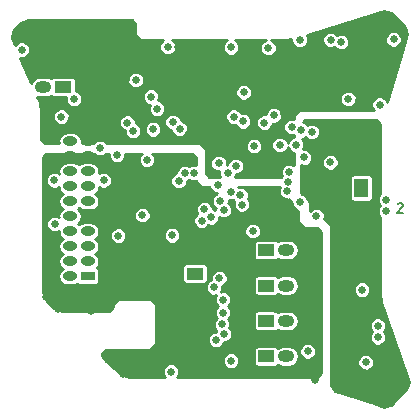
<source format=gbr>
G04 (created by PCBNEW (2013-07-07 BZR 4022)-stable) date 07/06/2014 15:45:14*
%MOIN*%
G04 Gerber Fmt 3.4, Leading zero omitted, Abs format*
%FSLAX34Y34*%
G01*
G70*
G90*
G04 APERTURE LIST*
%ADD10C,0.00590551*%
%ADD11C,0.007875*%
%ADD12C,0.0079*%
%ADD13O,0.063X0.0472*%
%ADD14R,0.0551X0.0394*%
%ADD15O,0.0551X0.0394*%
%ADD16O,0.0472X0.0315*%
%ADD17R,0.0472X0.0315*%
%ADD18R,0.0669X0.0669*%
%ADD19C,0.015*%
%ADD20R,0.0472X0.063*%
%ADD21O,0.0472X0.063*%
%ADD22C,0.025*%
%ADD23C,0.01*%
G04 APERTURE END LIST*
G54D10*
G54D11*
X21957Y157D02*
X21972Y172D01*
X22002Y187D01*
X22077Y187D01*
X22107Y172D01*
X22122Y157D01*
X22137Y127D01*
X22137Y97D01*
X22122Y52D01*
X21942Y-127D01*
X22137Y-127D01*
G54D12*
G54D13*
X20827Y-1732D03*
G54D14*
X10802Y4056D03*
G54D15*
X10144Y4056D03*
G54D14*
X17584Y-2559D03*
G54D15*
X18242Y-2559D03*
G54D14*
X15211Y-2165D03*
G54D15*
X14553Y-2165D03*
G54D14*
X17584Y-4921D03*
G54D15*
X18242Y-4921D03*
G54D14*
X17584Y-1378D03*
G54D15*
X18242Y-1378D03*
G54D14*
X17584Y-3740D03*
G54D15*
X18242Y-3740D03*
G54D16*
X11628Y2250D03*
X11628Y1750D03*
X11050Y2250D03*
X11050Y1750D03*
G54D17*
X11628Y-2250D03*
G54D16*
X11050Y-2250D03*
X11050Y-1750D03*
X11050Y-1250D03*
X11050Y-750D03*
X11050Y-250D03*
X11050Y250D03*
X11050Y750D03*
X11050Y1250D03*
X11628Y-1750D03*
X11628Y-1250D03*
X11628Y-750D03*
X11628Y-250D03*
X11628Y250D03*
X11628Y750D03*
X11628Y1250D03*
G54D18*
X19291Y787D03*
G54D19*
X19291Y787D03*
X19094Y590D03*
X19488Y590D03*
X19094Y984D03*
X19488Y984D03*
G54D20*
X20748Y690D03*
G54D21*
X20748Y1438D03*
G54D22*
X15738Y-292D03*
X15424Y-394D03*
X16560Y1429D03*
X15957Y788D03*
X16049Y254D03*
X16290Y1179D03*
X13232Y4291D03*
X14661Y929D03*
X16406Y5379D03*
X13138Y2594D03*
X18693Y5630D03*
X13807Y2646D03*
X10531Y-508D03*
X16720Y457D03*
X16409Y567D03*
X16161Y-47D03*
X15520Y-24D03*
X16768Y141D03*
X14690Y2671D03*
X19717Y1547D03*
X17177Y2084D03*
X18842Y1708D03*
X18577Y2131D03*
X14858Y1177D03*
X12606Y1803D03*
X15177Y1185D03*
X12043Y2031D03*
X13937Y3335D03*
X11169Y3661D03*
X16811Y2913D03*
X14461Y2894D03*
X18031Y2122D03*
X10748Y3071D03*
X18709Y213D03*
X15990Y1525D03*
X12165Y945D03*
X13450Y-215D03*
X16142Y-3031D03*
X16142Y-3465D03*
X16102Y-3858D03*
X15905Y-4370D03*
X16016Y-2323D03*
X16165Y-4173D03*
X15835Y-2622D03*
X20905Y5551D03*
X19122Y4622D03*
X14764Y3386D03*
X18193Y5402D03*
X13543Y2874D03*
X21142Y5787D03*
X18169Y3142D03*
X16000Y2650D03*
X14646Y5394D03*
X14988Y3020D03*
X21457Y5709D03*
X16760Y5327D03*
X10236Y-2953D03*
X12598Y-4921D03*
X18976Y-1614D03*
X10630Y-2953D03*
X12165Y-3307D03*
X19201Y-5713D03*
X16024Y-5433D03*
X12335Y-1646D03*
X18925Y-5539D03*
X10236Y-2362D03*
X14921Y-4134D03*
X11732Y-3425D03*
X11220Y-3346D03*
X14764Y-3583D03*
X15551Y-4724D03*
X14055Y-3228D03*
X13665Y1217D03*
X11024Y-2953D03*
X13386Y-4921D03*
X12677Y-2480D03*
X12441Y-2244D03*
X12992Y-2205D03*
X10236Y-1772D03*
X18898Y-4193D03*
X12165Y-2953D03*
X11811Y-2953D03*
X14819Y-1524D03*
X10236Y-1181D03*
X19291Y-1732D03*
X12205Y-4921D03*
X13661Y-2953D03*
X12992Y-4921D03*
X13386Y-2559D03*
X10630Y-3346D03*
X14016Y-2559D03*
X12795Y-5512D03*
X13661Y-2205D03*
X14409Y-4134D03*
X14134Y-5000D03*
X11417Y-2953D03*
X12165Y-2480D03*
X20276Y-4449D03*
X20354Y1496D03*
X20839Y-4512D03*
X19689Y2224D03*
X21220Y-3071D03*
X21339Y-3425D03*
X21260Y-2756D03*
X20039Y-945D03*
X17835Y3110D03*
X18740Y2614D03*
X18425Y2724D03*
X17520Y2870D03*
X19252Y-236D03*
X21362Y3474D03*
X13602Y1630D03*
X21575Y303D03*
X17126Y-748D03*
X14405Y-5433D03*
X20894Y-5118D03*
X10512Y945D03*
X16409Y-5063D03*
X21823Y5643D03*
X18961Y-4752D03*
X14441Y-890D03*
X12646Y-898D03*
X9433Y5307D03*
X12953Y2874D03*
X14291Y5394D03*
X17650Y5358D03*
X16830Y3878D03*
X20079Y5551D03*
X19724Y5630D03*
X16496Y3071D03*
X20315Y3661D03*
X13740Y3740D03*
X18335Y1220D03*
X19098Y2563D03*
X21299Y-4291D03*
X21575Y-79D03*
X21299Y-3898D03*
X20772Y-2697D03*
X18279Y583D03*
X18303Y906D03*
G54D10*
G36*
X22267Y5833D02*
X22098Y5241D01*
X22098Y5697D01*
X22056Y5798D01*
X21978Y5875D01*
X21877Y5917D01*
X21768Y5918D01*
X21667Y5876D01*
X21590Y5798D01*
X21548Y5697D01*
X21547Y5588D01*
X21589Y5487D01*
X21667Y5410D01*
X21768Y5368D01*
X21877Y5367D01*
X21978Y5409D01*
X22055Y5487D01*
X22097Y5588D01*
X22098Y5697D01*
X22098Y5241D01*
X21620Y3568D01*
X21595Y3629D01*
X21517Y3706D01*
X21416Y3748D01*
X21307Y3749D01*
X21206Y3707D01*
X21129Y3629D01*
X21087Y3528D01*
X21086Y3419D01*
X21128Y3318D01*
X21169Y3278D01*
X20590Y3278D01*
X20590Y3715D01*
X20548Y3816D01*
X20470Y3893D01*
X20369Y3935D01*
X20354Y3935D01*
X20354Y5605D01*
X20312Y5706D01*
X20234Y5783D01*
X20133Y5825D01*
X20024Y5826D01*
X19948Y5794D01*
X19879Y5862D01*
X19778Y5904D01*
X19669Y5905D01*
X19568Y5863D01*
X19491Y5785D01*
X19449Y5684D01*
X19448Y5575D01*
X19490Y5474D01*
X19568Y5397D01*
X19669Y5355D01*
X19778Y5354D01*
X19854Y5386D01*
X19923Y5318D01*
X20024Y5276D01*
X20133Y5275D01*
X20234Y5317D01*
X20311Y5395D01*
X20353Y5496D01*
X20354Y5605D01*
X20354Y3935D01*
X20260Y3936D01*
X20159Y3894D01*
X20082Y3816D01*
X20040Y3715D01*
X20039Y3606D01*
X20081Y3505D01*
X20159Y3428D01*
X20260Y3386D01*
X20369Y3385D01*
X20470Y3427D01*
X20547Y3505D01*
X20589Y3606D01*
X20590Y3715D01*
X20590Y3278D01*
X18679Y3278D01*
X18493Y3091D01*
X18493Y2993D01*
X18479Y2998D01*
X18370Y2999D01*
X18269Y2957D01*
X18192Y2879D01*
X18150Y2778D01*
X18149Y2669D01*
X18191Y2568D01*
X18269Y2491D01*
X18370Y2449D01*
X18479Y2448D01*
X18493Y2454D01*
X18493Y2393D01*
X18421Y2364D01*
X18344Y2286D01*
X18302Y2186D01*
X18264Y2277D01*
X18186Y2354D01*
X18110Y2386D01*
X18110Y3164D01*
X18068Y3265D01*
X17990Y3342D01*
X17889Y3384D01*
X17780Y3385D01*
X17679Y3343D01*
X17602Y3265D01*
X17560Y3164D01*
X17560Y3144D01*
X17465Y3145D01*
X17364Y3103D01*
X17287Y3025D01*
X17245Y2924D01*
X17244Y2815D01*
X17286Y2714D01*
X17364Y2637D01*
X17465Y2595D01*
X17574Y2594D01*
X17675Y2636D01*
X17752Y2714D01*
X17794Y2815D01*
X17794Y2835D01*
X17889Y2834D01*
X17990Y2876D01*
X18067Y2954D01*
X18109Y3055D01*
X18110Y3164D01*
X18110Y2386D01*
X18085Y2396D01*
X17976Y2397D01*
X17875Y2355D01*
X17798Y2277D01*
X17756Y2176D01*
X17755Y2067D01*
X17797Y1966D01*
X17875Y1889D01*
X17976Y1847D01*
X18085Y1846D01*
X18186Y1888D01*
X18263Y1966D01*
X18305Y2066D01*
X18343Y1975D01*
X18421Y1898D01*
X18493Y1868D01*
X18493Y1450D01*
X18490Y1452D01*
X18389Y1494D01*
X18280Y1495D01*
X18179Y1453D01*
X18102Y1375D01*
X18060Y1274D01*
X18059Y1165D01*
X18093Y1085D01*
X18082Y1074D01*
X17452Y1074D01*
X17452Y2138D01*
X17410Y2239D01*
X17332Y2316D01*
X17231Y2358D01*
X17122Y2359D01*
X17105Y2351D01*
X17105Y3932D01*
X17063Y4033D01*
X16985Y4110D01*
X16884Y4152D01*
X16775Y4153D01*
X16674Y4111D01*
X16597Y4033D01*
X16555Y3932D01*
X16554Y3823D01*
X16596Y3722D01*
X16674Y3645D01*
X16775Y3603D01*
X16884Y3602D01*
X16985Y3644D01*
X17062Y3722D01*
X17104Y3823D01*
X17105Y3932D01*
X17105Y2351D01*
X17086Y2343D01*
X17086Y2967D01*
X17044Y3068D01*
X16966Y3145D01*
X16865Y3187D01*
X16756Y3188D01*
X16746Y3184D01*
X16729Y3226D01*
X16651Y3303D01*
X16550Y3345D01*
X16441Y3346D01*
X16340Y3304D01*
X16263Y3226D01*
X16221Y3125D01*
X16220Y3016D01*
X16262Y2915D01*
X16340Y2838D01*
X16441Y2796D01*
X16550Y2795D01*
X16560Y2799D01*
X16577Y2757D01*
X16655Y2680D01*
X16756Y2638D01*
X16865Y2637D01*
X16966Y2679D01*
X17043Y2757D01*
X17085Y2858D01*
X17086Y2967D01*
X17086Y2343D01*
X17021Y2317D01*
X16944Y2239D01*
X16902Y2138D01*
X16901Y2029D01*
X16943Y1928D01*
X17021Y1851D01*
X17122Y1809D01*
X17231Y1808D01*
X17332Y1850D01*
X17409Y1928D01*
X17451Y2029D01*
X17452Y2138D01*
X17452Y1074D01*
X16544Y1074D01*
X16564Y1124D01*
X16564Y1153D01*
X16614Y1153D01*
X16715Y1195D01*
X16792Y1273D01*
X16834Y1374D01*
X16835Y1483D01*
X16793Y1584D01*
X16715Y1661D01*
X16614Y1703D01*
X16505Y1704D01*
X16404Y1662D01*
X16327Y1584D01*
X16285Y1483D01*
X16285Y1454D01*
X16258Y1454D01*
X16264Y1470D01*
X16265Y1579D01*
X16223Y1680D01*
X16145Y1757D01*
X16044Y1799D01*
X15935Y1800D01*
X15834Y1758D01*
X15757Y1680D01*
X15715Y1579D01*
X15714Y1470D01*
X15756Y1369D01*
X15834Y1292D01*
X15935Y1250D01*
X16021Y1249D01*
X16015Y1233D01*
X16014Y1124D01*
X16035Y1074D01*
X15689Y1074D01*
X15562Y1201D01*
X15562Y1989D01*
X15375Y2176D01*
X14965Y2176D01*
X14965Y2725D01*
X14923Y2826D01*
X14845Y2903D01*
X14744Y2945D01*
X14736Y2945D01*
X14736Y2948D01*
X14694Y3049D01*
X14616Y3126D01*
X14515Y3168D01*
X14406Y3169D01*
X14305Y3127D01*
X14228Y3049D01*
X14212Y3011D01*
X14212Y3389D01*
X14170Y3490D01*
X14092Y3567D01*
X13991Y3609D01*
X13983Y3609D01*
X14014Y3685D01*
X14015Y3794D01*
X13973Y3895D01*
X13895Y3972D01*
X13794Y4014D01*
X13685Y4015D01*
X13584Y3973D01*
X13507Y3896D01*
X13507Y4345D01*
X13465Y4446D01*
X13387Y4523D01*
X13286Y4565D01*
X13177Y4566D01*
X13076Y4524D01*
X12999Y4446D01*
X12957Y4345D01*
X12956Y4236D01*
X12998Y4135D01*
X13076Y4058D01*
X13177Y4016D01*
X13286Y4015D01*
X13387Y4057D01*
X13464Y4135D01*
X13506Y4236D01*
X13507Y4345D01*
X13507Y3896D01*
X13507Y3895D01*
X13465Y3794D01*
X13464Y3685D01*
X13506Y3584D01*
X13584Y3507D01*
X13685Y3465D01*
X13693Y3465D01*
X13662Y3389D01*
X13661Y3280D01*
X13703Y3179D01*
X13781Y3102D01*
X13882Y3060D01*
X13991Y3059D01*
X14092Y3101D01*
X14169Y3179D01*
X14211Y3280D01*
X14212Y3389D01*
X14212Y3011D01*
X14186Y2948D01*
X14185Y2839D01*
X14227Y2738D01*
X14305Y2661D01*
X14406Y2619D01*
X14414Y2619D01*
X14414Y2616D01*
X14456Y2515D01*
X14534Y2438D01*
X14635Y2396D01*
X14744Y2395D01*
X14845Y2437D01*
X14922Y2515D01*
X14964Y2616D01*
X14965Y2725D01*
X14965Y2176D01*
X14082Y2176D01*
X14082Y2700D01*
X14040Y2801D01*
X13962Y2878D01*
X13861Y2920D01*
X13752Y2921D01*
X13651Y2879D01*
X13574Y2801D01*
X13532Y2700D01*
X13531Y2591D01*
X13573Y2490D01*
X13651Y2413D01*
X13752Y2371D01*
X13861Y2370D01*
X13962Y2412D01*
X14039Y2490D01*
X14081Y2591D01*
X14082Y2700D01*
X14082Y2176D01*
X13413Y2176D01*
X13413Y2648D01*
X13371Y2749D01*
X13293Y2826D01*
X13227Y2854D01*
X13228Y2928D01*
X13186Y3029D01*
X13108Y3106D01*
X13007Y3148D01*
X12898Y3149D01*
X12797Y3107D01*
X12720Y3029D01*
X12678Y2928D01*
X12677Y2819D01*
X12719Y2718D01*
X12797Y2641D01*
X12863Y2613D01*
X12862Y2539D01*
X12904Y2438D01*
X12982Y2361D01*
X13083Y2319D01*
X13192Y2318D01*
X13293Y2360D01*
X13370Y2438D01*
X13412Y2539D01*
X13413Y2648D01*
X13413Y2176D01*
X12280Y2176D01*
X12276Y2186D01*
X12198Y2263D01*
X12097Y2305D01*
X11988Y2306D01*
X11887Y2264D01*
X11810Y2186D01*
X11805Y2176D01*
X11428Y2176D01*
X11443Y2250D01*
X11420Y2367D01*
X11353Y2467D01*
X11253Y2534D01*
X11136Y2557D01*
X11023Y2557D01*
X11023Y3125D01*
X10981Y3226D01*
X10903Y3303D01*
X10802Y3345D01*
X10693Y3346D01*
X10592Y3304D01*
X10515Y3226D01*
X10473Y3125D01*
X10472Y3016D01*
X10514Y2915D01*
X10592Y2838D01*
X10693Y2796D01*
X10802Y2795D01*
X10903Y2837D01*
X10980Y2915D01*
X11022Y3016D01*
X11023Y3125D01*
X11023Y2557D01*
X10963Y2557D01*
X10846Y2534D01*
X10746Y2467D01*
X10679Y2367D01*
X10656Y2250D01*
X10671Y2176D01*
X10216Y2176D01*
X10089Y2303D01*
X10089Y3234D01*
X10024Y3545D01*
X9942Y3731D01*
X10057Y3709D01*
X10230Y3709D01*
X10363Y3735D01*
X10408Y3765D01*
X10441Y3731D01*
X10496Y3709D01*
X10556Y3708D01*
X10894Y3708D01*
X10893Y3606D01*
X10935Y3505D01*
X11013Y3428D01*
X11114Y3386D01*
X11223Y3385D01*
X11324Y3427D01*
X11401Y3505D01*
X11443Y3606D01*
X11444Y3715D01*
X11402Y3816D01*
X11324Y3893D01*
X11227Y3934D01*
X11227Y4282D01*
X11204Y4337D01*
X11162Y4380D01*
X11107Y4402D01*
X11047Y4403D01*
X10496Y4403D01*
X10441Y4380D01*
X10408Y4346D01*
X10363Y4376D01*
X10230Y4403D01*
X10057Y4403D01*
X9924Y4376D01*
X9811Y4301D01*
X9741Y4195D01*
X9376Y5032D01*
X9378Y5032D01*
X9487Y5031D01*
X9588Y5073D01*
X9665Y5151D01*
X9707Y5252D01*
X9708Y5361D01*
X9666Y5462D01*
X9588Y5539D01*
X9487Y5581D01*
X9378Y5582D01*
X9277Y5540D01*
X9200Y5462D01*
X9194Y5450D01*
X9090Y5688D01*
X9133Y5913D01*
X9405Y6185D01*
X9654Y6289D01*
X13090Y6289D01*
X13218Y6161D01*
X13218Y5805D01*
X13404Y5619D01*
X14127Y5619D01*
X14058Y5549D01*
X14016Y5448D01*
X14015Y5339D01*
X14057Y5238D01*
X14135Y5161D01*
X14236Y5119D01*
X14345Y5118D01*
X14446Y5160D01*
X14523Y5238D01*
X14565Y5339D01*
X14566Y5448D01*
X14524Y5549D01*
X14454Y5619D01*
X16266Y5619D01*
X16250Y5612D01*
X16173Y5534D01*
X16131Y5433D01*
X16130Y5324D01*
X16172Y5223D01*
X16250Y5146D01*
X16351Y5104D01*
X16460Y5103D01*
X16561Y5145D01*
X16638Y5223D01*
X16680Y5324D01*
X16681Y5433D01*
X16639Y5534D01*
X16561Y5611D01*
X16545Y5619D01*
X17561Y5619D01*
X17494Y5591D01*
X17417Y5513D01*
X17375Y5412D01*
X17374Y5303D01*
X17416Y5202D01*
X17494Y5125D01*
X17595Y5083D01*
X17704Y5082D01*
X17805Y5124D01*
X17882Y5202D01*
X17924Y5303D01*
X17925Y5412D01*
X17883Y5513D01*
X17805Y5590D01*
X17738Y5619D01*
X18257Y5619D01*
X18418Y5643D01*
X18417Y5575D01*
X18459Y5474D01*
X18537Y5397D01*
X18638Y5355D01*
X18747Y5354D01*
X18848Y5396D01*
X18925Y5474D01*
X18967Y5575D01*
X18968Y5684D01*
X18928Y5779D01*
X21505Y6593D01*
X21739Y6536D01*
X22206Y6069D01*
X22267Y5833D01*
X22267Y5833D01*
G37*
G54D23*
X22267Y5833D02*
X22098Y5241D01*
X22098Y5697D01*
X22056Y5798D01*
X21978Y5875D01*
X21877Y5917D01*
X21768Y5918D01*
X21667Y5876D01*
X21590Y5798D01*
X21548Y5697D01*
X21547Y5588D01*
X21589Y5487D01*
X21667Y5410D01*
X21768Y5368D01*
X21877Y5367D01*
X21978Y5409D01*
X22055Y5487D01*
X22097Y5588D01*
X22098Y5697D01*
X22098Y5241D01*
X21620Y3568D01*
X21595Y3629D01*
X21517Y3706D01*
X21416Y3748D01*
X21307Y3749D01*
X21206Y3707D01*
X21129Y3629D01*
X21087Y3528D01*
X21086Y3419D01*
X21128Y3318D01*
X21169Y3278D01*
X20590Y3278D01*
X20590Y3715D01*
X20548Y3816D01*
X20470Y3893D01*
X20369Y3935D01*
X20354Y3935D01*
X20354Y5605D01*
X20312Y5706D01*
X20234Y5783D01*
X20133Y5825D01*
X20024Y5826D01*
X19948Y5794D01*
X19879Y5862D01*
X19778Y5904D01*
X19669Y5905D01*
X19568Y5863D01*
X19491Y5785D01*
X19449Y5684D01*
X19448Y5575D01*
X19490Y5474D01*
X19568Y5397D01*
X19669Y5355D01*
X19778Y5354D01*
X19854Y5386D01*
X19923Y5318D01*
X20024Y5276D01*
X20133Y5275D01*
X20234Y5317D01*
X20311Y5395D01*
X20353Y5496D01*
X20354Y5605D01*
X20354Y3935D01*
X20260Y3936D01*
X20159Y3894D01*
X20082Y3816D01*
X20040Y3715D01*
X20039Y3606D01*
X20081Y3505D01*
X20159Y3428D01*
X20260Y3386D01*
X20369Y3385D01*
X20470Y3427D01*
X20547Y3505D01*
X20589Y3606D01*
X20590Y3715D01*
X20590Y3278D01*
X18679Y3278D01*
X18493Y3091D01*
X18493Y2993D01*
X18479Y2998D01*
X18370Y2999D01*
X18269Y2957D01*
X18192Y2879D01*
X18150Y2778D01*
X18149Y2669D01*
X18191Y2568D01*
X18269Y2491D01*
X18370Y2449D01*
X18479Y2448D01*
X18493Y2454D01*
X18493Y2393D01*
X18421Y2364D01*
X18344Y2286D01*
X18302Y2186D01*
X18264Y2277D01*
X18186Y2354D01*
X18110Y2386D01*
X18110Y3164D01*
X18068Y3265D01*
X17990Y3342D01*
X17889Y3384D01*
X17780Y3385D01*
X17679Y3343D01*
X17602Y3265D01*
X17560Y3164D01*
X17560Y3144D01*
X17465Y3145D01*
X17364Y3103D01*
X17287Y3025D01*
X17245Y2924D01*
X17244Y2815D01*
X17286Y2714D01*
X17364Y2637D01*
X17465Y2595D01*
X17574Y2594D01*
X17675Y2636D01*
X17752Y2714D01*
X17794Y2815D01*
X17794Y2835D01*
X17889Y2834D01*
X17990Y2876D01*
X18067Y2954D01*
X18109Y3055D01*
X18110Y3164D01*
X18110Y2386D01*
X18085Y2396D01*
X17976Y2397D01*
X17875Y2355D01*
X17798Y2277D01*
X17756Y2176D01*
X17755Y2067D01*
X17797Y1966D01*
X17875Y1889D01*
X17976Y1847D01*
X18085Y1846D01*
X18186Y1888D01*
X18263Y1966D01*
X18305Y2066D01*
X18343Y1975D01*
X18421Y1898D01*
X18493Y1868D01*
X18493Y1450D01*
X18490Y1452D01*
X18389Y1494D01*
X18280Y1495D01*
X18179Y1453D01*
X18102Y1375D01*
X18060Y1274D01*
X18059Y1165D01*
X18093Y1085D01*
X18082Y1074D01*
X17452Y1074D01*
X17452Y2138D01*
X17410Y2239D01*
X17332Y2316D01*
X17231Y2358D01*
X17122Y2359D01*
X17105Y2351D01*
X17105Y3932D01*
X17063Y4033D01*
X16985Y4110D01*
X16884Y4152D01*
X16775Y4153D01*
X16674Y4111D01*
X16597Y4033D01*
X16555Y3932D01*
X16554Y3823D01*
X16596Y3722D01*
X16674Y3645D01*
X16775Y3603D01*
X16884Y3602D01*
X16985Y3644D01*
X17062Y3722D01*
X17104Y3823D01*
X17105Y3932D01*
X17105Y2351D01*
X17086Y2343D01*
X17086Y2967D01*
X17044Y3068D01*
X16966Y3145D01*
X16865Y3187D01*
X16756Y3188D01*
X16746Y3184D01*
X16729Y3226D01*
X16651Y3303D01*
X16550Y3345D01*
X16441Y3346D01*
X16340Y3304D01*
X16263Y3226D01*
X16221Y3125D01*
X16220Y3016D01*
X16262Y2915D01*
X16340Y2838D01*
X16441Y2796D01*
X16550Y2795D01*
X16560Y2799D01*
X16577Y2757D01*
X16655Y2680D01*
X16756Y2638D01*
X16865Y2637D01*
X16966Y2679D01*
X17043Y2757D01*
X17085Y2858D01*
X17086Y2967D01*
X17086Y2343D01*
X17021Y2317D01*
X16944Y2239D01*
X16902Y2138D01*
X16901Y2029D01*
X16943Y1928D01*
X17021Y1851D01*
X17122Y1809D01*
X17231Y1808D01*
X17332Y1850D01*
X17409Y1928D01*
X17451Y2029D01*
X17452Y2138D01*
X17452Y1074D01*
X16544Y1074D01*
X16564Y1124D01*
X16564Y1153D01*
X16614Y1153D01*
X16715Y1195D01*
X16792Y1273D01*
X16834Y1374D01*
X16835Y1483D01*
X16793Y1584D01*
X16715Y1661D01*
X16614Y1703D01*
X16505Y1704D01*
X16404Y1662D01*
X16327Y1584D01*
X16285Y1483D01*
X16285Y1454D01*
X16258Y1454D01*
X16264Y1470D01*
X16265Y1579D01*
X16223Y1680D01*
X16145Y1757D01*
X16044Y1799D01*
X15935Y1800D01*
X15834Y1758D01*
X15757Y1680D01*
X15715Y1579D01*
X15714Y1470D01*
X15756Y1369D01*
X15834Y1292D01*
X15935Y1250D01*
X16021Y1249D01*
X16015Y1233D01*
X16014Y1124D01*
X16035Y1074D01*
X15689Y1074D01*
X15562Y1201D01*
X15562Y1989D01*
X15375Y2176D01*
X14965Y2176D01*
X14965Y2725D01*
X14923Y2826D01*
X14845Y2903D01*
X14744Y2945D01*
X14736Y2945D01*
X14736Y2948D01*
X14694Y3049D01*
X14616Y3126D01*
X14515Y3168D01*
X14406Y3169D01*
X14305Y3127D01*
X14228Y3049D01*
X14212Y3011D01*
X14212Y3389D01*
X14170Y3490D01*
X14092Y3567D01*
X13991Y3609D01*
X13983Y3609D01*
X14014Y3685D01*
X14015Y3794D01*
X13973Y3895D01*
X13895Y3972D01*
X13794Y4014D01*
X13685Y4015D01*
X13584Y3973D01*
X13507Y3896D01*
X13507Y4345D01*
X13465Y4446D01*
X13387Y4523D01*
X13286Y4565D01*
X13177Y4566D01*
X13076Y4524D01*
X12999Y4446D01*
X12957Y4345D01*
X12956Y4236D01*
X12998Y4135D01*
X13076Y4058D01*
X13177Y4016D01*
X13286Y4015D01*
X13387Y4057D01*
X13464Y4135D01*
X13506Y4236D01*
X13507Y4345D01*
X13507Y3896D01*
X13507Y3895D01*
X13465Y3794D01*
X13464Y3685D01*
X13506Y3584D01*
X13584Y3507D01*
X13685Y3465D01*
X13693Y3465D01*
X13662Y3389D01*
X13661Y3280D01*
X13703Y3179D01*
X13781Y3102D01*
X13882Y3060D01*
X13991Y3059D01*
X14092Y3101D01*
X14169Y3179D01*
X14211Y3280D01*
X14212Y3389D01*
X14212Y3011D01*
X14186Y2948D01*
X14185Y2839D01*
X14227Y2738D01*
X14305Y2661D01*
X14406Y2619D01*
X14414Y2619D01*
X14414Y2616D01*
X14456Y2515D01*
X14534Y2438D01*
X14635Y2396D01*
X14744Y2395D01*
X14845Y2437D01*
X14922Y2515D01*
X14964Y2616D01*
X14965Y2725D01*
X14965Y2176D01*
X14082Y2176D01*
X14082Y2700D01*
X14040Y2801D01*
X13962Y2878D01*
X13861Y2920D01*
X13752Y2921D01*
X13651Y2879D01*
X13574Y2801D01*
X13532Y2700D01*
X13531Y2591D01*
X13573Y2490D01*
X13651Y2413D01*
X13752Y2371D01*
X13861Y2370D01*
X13962Y2412D01*
X14039Y2490D01*
X14081Y2591D01*
X14082Y2700D01*
X14082Y2176D01*
X13413Y2176D01*
X13413Y2648D01*
X13371Y2749D01*
X13293Y2826D01*
X13227Y2854D01*
X13228Y2928D01*
X13186Y3029D01*
X13108Y3106D01*
X13007Y3148D01*
X12898Y3149D01*
X12797Y3107D01*
X12720Y3029D01*
X12678Y2928D01*
X12677Y2819D01*
X12719Y2718D01*
X12797Y2641D01*
X12863Y2613D01*
X12862Y2539D01*
X12904Y2438D01*
X12982Y2361D01*
X13083Y2319D01*
X13192Y2318D01*
X13293Y2360D01*
X13370Y2438D01*
X13412Y2539D01*
X13413Y2648D01*
X13413Y2176D01*
X12280Y2176D01*
X12276Y2186D01*
X12198Y2263D01*
X12097Y2305D01*
X11988Y2306D01*
X11887Y2264D01*
X11810Y2186D01*
X11805Y2176D01*
X11428Y2176D01*
X11443Y2250D01*
X11420Y2367D01*
X11353Y2467D01*
X11253Y2534D01*
X11136Y2557D01*
X11023Y2557D01*
X11023Y3125D01*
X10981Y3226D01*
X10903Y3303D01*
X10802Y3345D01*
X10693Y3346D01*
X10592Y3304D01*
X10515Y3226D01*
X10473Y3125D01*
X10472Y3016D01*
X10514Y2915D01*
X10592Y2838D01*
X10693Y2796D01*
X10802Y2795D01*
X10903Y2837D01*
X10980Y2915D01*
X11022Y3016D01*
X11023Y3125D01*
X11023Y2557D01*
X10963Y2557D01*
X10846Y2534D01*
X10746Y2467D01*
X10679Y2367D01*
X10656Y2250D01*
X10671Y2176D01*
X10216Y2176D01*
X10089Y2303D01*
X10089Y3234D01*
X10024Y3545D01*
X9942Y3731D01*
X10057Y3709D01*
X10230Y3709D01*
X10363Y3735D01*
X10408Y3765D01*
X10441Y3731D01*
X10496Y3709D01*
X10556Y3708D01*
X10894Y3708D01*
X10893Y3606D01*
X10935Y3505D01*
X11013Y3428D01*
X11114Y3386D01*
X11223Y3385D01*
X11324Y3427D01*
X11401Y3505D01*
X11443Y3606D01*
X11444Y3715D01*
X11402Y3816D01*
X11324Y3893D01*
X11227Y3934D01*
X11227Y4282D01*
X11204Y4337D01*
X11162Y4380D01*
X11107Y4402D01*
X11047Y4403D01*
X10496Y4403D01*
X10441Y4380D01*
X10408Y4346D01*
X10363Y4376D01*
X10230Y4403D01*
X10057Y4403D01*
X9924Y4376D01*
X9811Y4301D01*
X9741Y4195D01*
X9376Y5032D01*
X9378Y5032D01*
X9487Y5031D01*
X9588Y5073D01*
X9665Y5151D01*
X9707Y5252D01*
X9708Y5361D01*
X9666Y5462D01*
X9588Y5539D01*
X9487Y5581D01*
X9378Y5582D01*
X9277Y5540D01*
X9200Y5462D01*
X9194Y5450D01*
X9090Y5688D01*
X9133Y5913D01*
X9405Y6185D01*
X9654Y6289D01*
X13090Y6289D01*
X13218Y6161D01*
X13218Y5805D01*
X13404Y5619D01*
X14127Y5619D01*
X14058Y5549D01*
X14016Y5448D01*
X14015Y5339D01*
X14057Y5238D01*
X14135Y5161D01*
X14236Y5119D01*
X14345Y5118D01*
X14446Y5160D01*
X14523Y5238D01*
X14565Y5339D01*
X14566Y5448D01*
X14524Y5549D01*
X14454Y5619D01*
X16266Y5619D01*
X16250Y5612D01*
X16173Y5534D01*
X16131Y5433D01*
X16130Y5324D01*
X16172Y5223D01*
X16250Y5146D01*
X16351Y5104D01*
X16460Y5103D01*
X16561Y5145D01*
X16638Y5223D01*
X16680Y5324D01*
X16681Y5433D01*
X16639Y5534D01*
X16561Y5611D01*
X16545Y5619D01*
X17561Y5619D01*
X17494Y5591D01*
X17417Y5513D01*
X17375Y5412D01*
X17374Y5303D01*
X17416Y5202D01*
X17494Y5125D01*
X17595Y5083D01*
X17704Y5082D01*
X17805Y5124D01*
X17882Y5202D01*
X17924Y5303D01*
X17925Y5412D01*
X17883Y5513D01*
X17805Y5590D01*
X17738Y5619D01*
X18257Y5619D01*
X18418Y5643D01*
X18417Y5575D01*
X18459Y5474D01*
X18537Y5397D01*
X18638Y5355D01*
X18747Y5354D01*
X18848Y5396D01*
X18925Y5474D01*
X18967Y5575D01*
X18968Y5684D01*
X18928Y5779D01*
X21505Y6593D01*
X21739Y6536D01*
X22206Y6069D01*
X22267Y5833D01*
G54D10*
G36*
X19399Y-5491D02*
X19271Y-5619D01*
X19236Y-5619D01*
X19236Y-4697D01*
X19194Y-4596D01*
X19116Y-4519D01*
X19015Y-4477D01*
X18906Y-4476D01*
X18805Y-4518D01*
X18728Y-4596D01*
X18686Y-4697D01*
X18685Y-4806D01*
X18727Y-4907D01*
X18805Y-4984D01*
X18906Y-5026D01*
X19015Y-5027D01*
X19116Y-4985D01*
X19193Y-4907D01*
X19235Y-4806D01*
X19236Y-4697D01*
X19236Y-5619D01*
X18675Y-5619D01*
X18675Y-4921D01*
X18675Y-3740D01*
X18675Y-2559D01*
X18675Y-1378D01*
X18649Y-1245D01*
X18574Y-1132D01*
X18461Y-1057D01*
X18328Y-1031D01*
X18155Y-1031D01*
X18022Y-1057D01*
X17977Y-1087D01*
X17944Y-1053D01*
X17889Y-1031D01*
X17829Y-1030D01*
X17401Y-1030D01*
X17401Y-693D01*
X17359Y-592D01*
X17281Y-515D01*
X17180Y-473D01*
X17071Y-472D01*
X16970Y-514D01*
X16893Y-592D01*
X16851Y-693D01*
X16850Y-802D01*
X16892Y-903D01*
X16970Y-980D01*
X17071Y-1022D01*
X17180Y-1023D01*
X17281Y-981D01*
X17358Y-903D01*
X17400Y-802D01*
X17401Y-693D01*
X17401Y-1030D01*
X17278Y-1030D01*
X17223Y-1053D01*
X17181Y-1095D01*
X17158Y-1151D01*
X17158Y-1210D01*
X17158Y-1604D01*
X17181Y-1659D01*
X17223Y-1702D01*
X17278Y-1724D01*
X17338Y-1725D01*
X17889Y-1725D01*
X17944Y-1702D01*
X17977Y-1668D01*
X18022Y-1698D01*
X18155Y-1725D01*
X18328Y-1725D01*
X18461Y-1698D01*
X18574Y-1623D01*
X18649Y-1510D01*
X18675Y-1378D01*
X18675Y-2559D01*
X18649Y-2426D01*
X18574Y-2313D01*
X18461Y-2238D01*
X18328Y-2212D01*
X18155Y-2212D01*
X18022Y-2238D01*
X17977Y-2268D01*
X17944Y-2234D01*
X17889Y-2212D01*
X17829Y-2211D01*
X17278Y-2211D01*
X17223Y-2234D01*
X17181Y-2276D01*
X17158Y-2332D01*
X17158Y-2391D01*
X17158Y-2785D01*
X17181Y-2840D01*
X17223Y-2883D01*
X17278Y-2905D01*
X17338Y-2906D01*
X17889Y-2906D01*
X17944Y-2883D01*
X17977Y-2849D01*
X18022Y-2879D01*
X18155Y-2906D01*
X18328Y-2906D01*
X18461Y-2879D01*
X18574Y-2804D01*
X18649Y-2691D01*
X18675Y-2559D01*
X18675Y-3740D01*
X18649Y-3607D01*
X18574Y-3494D01*
X18461Y-3419D01*
X18328Y-3393D01*
X18155Y-3393D01*
X18022Y-3419D01*
X17977Y-3449D01*
X17944Y-3415D01*
X17889Y-3393D01*
X17829Y-3392D01*
X17278Y-3392D01*
X17223Y-3415D01*
X17181Y-3457D01*
X17158Y-3513D01*
X17158Y-3572D01*
X17158Y-3966D01*
X17181Y-4021D01*
X17223Y-4064D01*
X17278Y-4086D01*
X17338Y-4087D01*
X17889Y-4087D01*
X17944Y-4064D01*
X17977Y-4030D01*
X18022Y-4060D01*
X18155Y-4087D01*
X18328Y-4087D01*
X18461Y-4060D01*
X18574Y-3985D01*
X18649Y-3872D01*
X18675Y-3740D01*
X18675Y-4921D01*
X18649Y-4788D01*
X18574Y-4675D01*
X18461Y-4600D01*
X18328Y-4574D01*
X18155Y-4574D01*
X18022Y-4600D01*
X17977Y-4630D01*
X17944Y-4596D01*
X17889Y-4574D01*
X17829Y-4573D01*
X17278Y-4573D01*
X17223Y-4596D01*
X17181Y-4638D01*
X17158Y-4694D01*
X17158Y-4753D01*
X17158Y-5147D01*
X17181Y-5202D01*
X17223Y-5245D01*
X17278Y-5267D01*
X17338Y-5268D01*
X17889Y-5268D01*
X17944Y-5245D01*
X17977Y-5211D01*
X18022Y-5241D01*
X18155Y-5268D01*
X18328Y-5268D01*
X18461Y-5241D01*
X18574Y-5166D01*
X18649Y-5053D01*
X18675Y-4921D01*
X18675Y-5619D01*
X16684Y-5619D01*
X16684Y-5008D01*
X16642Y-4907D01*
X16564Y-4830D01*
X16463Y-4788D01*
X16440Y-4788D01*
X16440Y-4118D01*
X16398Y-4017D01*
X16352Y-3971D01*
X16376Y-3912D01*
X16377Y-3803D01*
X16335Y-3702D01*
X16314Y-3681D01*
X16374Y-3620D01*
X16416Y-3519D01*
X16417Y-3410D01*
X16375Y-3309D01*
X16313Y-3247D01*
X16374Y-3186D01*
X16416Y-3085D01*
X16417Y-2976D01*
X16375Y-2875D01*
X16297Y-2798D01*
X16196Y-2756D01*
X16087Y-2755D01*
X16074Y-2761D01*
X16109Y-2676D01*
X16110Y-2581D01*
X16171Y-2556D01*
X16248Y-2478D01*
X16290Y-2377D01*
X16291Y-2268D01*
X16249Y-2167D01*
X16171Y-2090D01*
X16070Y-2048D01*
X15961Y-2047D01*
X15860Y-2089D01*
X15783Y-2167D01*
X15741Y-2268D01*
X15740Y-2363D01*
X15679Y-2388D01*
X15636Y-2431D01*
X15636Y-2332D01*
X15636Y-1938D01*
X15613Y-1883D01*
X15571Y-1840D01*
X15516Y-1818D01*
X15456Y-1817D01*
X14905Y-1817D01*
X14850Y-1840D01*
X14808Y-1882D01*
X14785Y-1938D01*
X14785Y-1997D01*
X14785Y-2391D01*
X14808Y-2446D01*
X14850Y-2489D01*
X14905Y-2511D01*
X14965Y-2512D01*
X15516Y-2512D01*
X15571Y-2489D01*
X15613Y-2447D01*
X15636Y-2391D01*
X15636Y-2332D01*
X15636Y-2431D01*
X15602Y-2466D01*
X15560Y-2567D01*
X15559Y-2676D01*
X15601Y-2777D01*
X15679Y-2854D01*
X15780Y-2896D01*
X15889Y-2897D01*
X15902Y-2891D01*
X15867Y-2976D01*
X15866Y-3085D01*
X15908Y-3186D01*
X15970Y-3248D01*
X15909Y-3309D01*
X15867Y-3410D01*
X15866Y-3519D01*
X15908Y-3620D01*
X15929Y-3641D01*
X15869Y-3702D01*
X15827Y-3803D01*
X15826Y-3912D01*
X15868Y-4013D01*
X15914Y-4059D01*
X15899Y-4094D01*
X15850Y-4094D01*
X15749Y-4136D01*
X15672Y-4214D01*
X15630Y-4315D01*
X15629Y-4424D01*
X15671Y-4525D01*
X15749Y-4602D01*
X15850Y-4644D01*
X15959Y-4645D01*
X16060Y-4603D01*
X16137Y-4525D01*
X16170Y-4448D01*
X16219Y-4448D01*
X16320Y-4406D01*
X16397Y-4328D01*
X16439Y-4227D01*
X16440Y-4118D01*
X16440Y-4788D01*
X16354Y-4787D01*
X16253Y-4829D01*
X16176Y-4907D01*
X16134Y-5008D01*
X16133Y-5117D01*
X16175Y-5218D01*
X16253Y-5295D01*
X16354Y-5337D01*
X16463Y-5338D01*
X16564Y-5296D01*
X16641Y-5218D01*
X16683Y-5117D01*
X16684Y-5008D01*
X16684Y-5619D01*
X14716Y-5619D01*
X14716Y-835D01*
X14674Y-734D01*
X14596Y-657D01*
X14495Y-615D01*
X14386Y-614D01*
X14285Y-656D01*
X14208Y-734D01*
X14166Y-835D01*
X14165Y-944D01*
X14207Y-1045D01*
X14285Y-1122D01*
X14386Y-1164D01*
X14495Y-1165D01*
X14596Y-1123D01*
X14673Y-1045D01*
X14715Y-944D01*
X14716Y-835D01*
X14716Y-5619D01*
X14607Y-5619D01*
X14637Y-5588D01*
X14679Y-5487D01*
X14680Y-5378D01*
X14638Y-5277D01*
X14560Y-5200D01*
X14459Y-5158D01*
X14350Y-5157D01*
X14249Y-5199D01*
X14172Y-5277D01*
X14130Y-5378D01*
X14129Y-5487D01*
X14171Y-5588D01*
X14202Y-5619D01*
X13001Y-5619D01*
X12744Y-5520D01*
X12205Y-5035D01*
X12106Y-4814D01*
X12224Y-4696D01*
X13721Y-4696D01*
X13908Y-4509D01*
X13908Y-3207D01*
X13725Y-3024D01*
X13725Y-160D01*
X13683Y-59D01*
X13605Y17D01*
X13504Y59D01*
X13395Y60D01*
X13294Y18D01*
X13217Y-59D01*
X13175Y-160D01*
X13174Y-269D01*
X13216Y-370D01*
X13294Y-447D01*
X13395Y-489D01*
X13504Y-490D01*
X13605Y-448D01*
X13682Y-370D01*
X13724Y-269D01*
X13725Y-160D01*
X13725Y-3024D01*
X13721Y-3021D01*
X12921Y-3021D01*
X12921Y-843D01*
X12879Y-742D01*
X12801Y-665D01*
X12700Y-623D01*
X12591Y-622D01*
X12490Y-664D01*
X12440Y-715D01*
X12440Y999D01*
X12398Y1100D01*
X12320Y1177D01*
X12219Y1219D01*
X12110Y1220D01*
X12009Y1178D01*
X12006Y1175D01*
X12021Y1250D01*
X11998Y1367D01*
X11931Y1467D01*
X11831Y1534D01*
X11714Y1557D01*
X11541Y1557D01*
X11424Y1534D01*
X11339Y1477D01*
X11253Y1534D01*
X11136Y1557D01*
X10963Y1557D01*
X10846Y1534D01*
X10746Y1467D01*
X10679Y1367D01*
X10656Y1250D01*
X10671Y1174D01*
X10667Y1177D01*
X10566Y1219D01*
X10457Y1220D01*
X10356Y1178D01*
X10279Y1100D01*
X10237Y999D01*
X10236Y890D01*
X10278Y789D01*
X10356Y712D01*
X10457Y670D01*
X10566Y669D01*
X10664Y710D01*
X10679Y632D01*
X10746Y532D01*
X10795Y500D01*
X10746Y467D01*
X10679Y367D01*
X10656Y250D01*
X10679Y132D01*
X10746Y32D01*
X10795Y0D01*
X10746Y-32D01*
X10679Y-132D01*
X10656Y-250D01*
X10659Y-263D01*
X10585Y-233D01*
X10476Y-232D01*
X10375Y-274D01*
X10298Y-352D01*
X10256Y-453D01*
X10255Y-562D01*
X10297Y-663D01*
X10375Y-740D01*
X10476Y-782D01*
X10585Y-783D01*
X10657Y-753D01*
X10679Y-867D01*
X10746Y-967D01*
X10795Y-1000D01*
X10746Y-1032D01*
X10679Y-1132D01*
X10656Y-1250D01*
X10679Y-1367D01*
X10746Y-1467D01*
X10795Y-1500D01*
X10746Y-1532D01*
X10679Y-1632D01*
X10656Y-1750D01*
X10679Y-1867D01*
X10746Y-1967D01*
X10795Y-2000D01*
X10746Y-2032D01*
X10679Y-2132D01*
X10656Y-2250D01*
X10679Y-2367D01*
X10746Y-2467D01*
X10846Y-2534D01*
X10963Y-2557D01*
X11136Y-2557D01*
X11253Y-2534D01*
X11285Y-2512D01*
X11306Y-2534D01*
X11362Y-2557D01*
X11421Y-2557D01*
X11893Y-2557D01*
X11948Y-2534D01*
X11991Y-2492D01*
X12013Y-2437D01*
X12014Y-2377D01*
X12014Y-2062D01*
X11991Y-2007D01*
X11949Y-1965D01*
X11936Y-1960D01*
X11998Y-1867D01*
X12021Y-1750D01*
X11998Y-1632D01*
X11931Y-1532D01*
X11882Y-1500D01*
X11931Y-1467D01*
X11998Y-1367D01*
X12021Y-1250D01*
X11998Y-1132D01*
X11931Y-1032D01*
X11882Y-1000D01*
X11931Y-967D01*
X11998Y-867D01*
X12021Y-750D01*
X11998Y-632D01*
X11931Y-532D01*
X11831Y-465D01*
X11714Y-442D01*
X11541Y-442D01*
X11424Y-465D01*
X11339Y-522D01*
X11304Y-500D01*
X11353Y-467D01*
X11420Y-367D01*
X11443Y-250D01*
X11420Y-132D01*
X11353Y-32D01*
X11304Y0D01*
X11339Y22D01*
X11424Y-34D01*
X11541Y-57D01*
X11714Y-57D01*
X11831Y-34D01*
X11931Y32D01*
X11998Y132D01*
X12021Y250D01*
X11998Y367D01*
X11931Y467D01*
X11882Y500D01*
X11931Y532D01*
X11998Y632D01*
X12013Y710D01*
X12110Y670D01*
X12219Y669D01*
X12320Y711D01*
X12397Y789D01*
X12439Y890D01*
X12440Y999D01*
X12440Y-715D01*
X12413Y-742D01*
X12371Y-843D01*
X12370Y-952D01*
X12412Y-1053D01*
X12490Y-1130D01*
X12591Y-1172D01*
X12700Y-1173D01*
X12801Y-1131D01*
X12878Y-1053D01*
X12920Y-952D01*
X12921Y-843D01*
X12921Y-3021D01*
X12656Y-3021D01*
X12470Y-3207D01*
X12470Y-3287D01*
X12342Y-3415D01*
X10757Y-3415D01*
X10508Y-3311D01*
X10232Y-3035D01*
X10129Y-2786D01*
X10129Y1712D01*
X10256Y1840D01*
X11845Y1840D01*
X11887Y1798D01*
X11988Y1756D01*
X12097Y1755D01*
X12198Y1797D01*
X12240Y1840D01*
X12331Y1840D01*
X12330Y1748D01*
X12372Y1647D01*
X12450Y1570D01*
X12551Y1528D01*
X12660Y1527D01*
X12761Y1569D01*
X12838Y1647D01*
X12880Y1748D01*
X12881Y1840D01*
X13423Y1840D01*
X13369Y1785D01*
X13327Y1684D01*
X13326Y1575D01*
X13368Y1474D01*
X13446Y1397D01*
X13547Y1355D01*
X13656Y1354D01*
X13757Y1396D01*
X13834Y1474D01*
X13876Y1575D01*
X13877Y1684D01*
X13835Y1785D01*
X13780Y1840D01*
X15098Y1840D01*
X15226Y1712D01*
X15226Y1459D01*
X15122Y1460D01*
X15021Y1418D01*
X15013Y1410D01*
X14912Y1451D01*
X14803Y1452D01*
X14702Y1410D01*
X14625Y1332D01*
X14583Y1231D01*
X14583Y1194D01*
X14505Y1162D01*
X14428Y1084D01*
X14386Y983D01*
X14385Y874D01*
X14427Y773D01*
X14505Y696D01*
X14606Y654D01*
X14715Y653D01*
X14816Y695D01*
X14893Y773D01*
X14935Y874D01*
X14935Y911D01*
X15013Y943D01*
X15021Y951D01*
X15122Y910D01*
X15231Y909D01*
X15237Y912D01*
X15412Y737D01*
X15681Y737D01*
X15681Y733D01*
X15723Y632D01*
X15801Y555D01*
X15902Y513D01*
X15955Y513D01*
X15893Y487D01*
X15816Y409D01*
X15774Y308D01*
X15773Y199D01*
X15815Y98D01*
X15891Y22D01*
X15886Y7D01*
X15885Y-55D01*
X15795Y-17D01*
X15795Y30D01*
X15753Y131D01*
X15675Y208D01*
X15574Y250D01*
X15465Y251D01*
X15364Y209D01*
X15287Y131D01*
X15245Y30D01*
X15244Y-78D01*
X15277Y-157D01*
X15268Y-160D01*
X15191Y-238D01*
X15149Y-339D01*
X15148Y-448D01*
X15190Y-549D01*
X15268Y-626D01*
X15369Y-668D01*
X15478Y-669D01*
X15579Y-627D01*
X15652Y-554D01*
X15683Y-566D01*
X15792Y-567D01*
X15893Y-525D01*
X15970Y-447D01*
X16012Y-346D01*
X16013Y-283D01*
X16106Y-321D01*
X16215Y-322D01*
X16316Y-280D01*
X16393Y-202D01*
X16435Y-101D01*
X16436Y7D01*
X16394Y108D01*
X16318Y184D01*
X16323Y199D01*
X16324Y304D01*
X16354Y292D01*
X16463Y291D01*
X16486Y301D01*
X16486Y301D01*
X16522Y265D01*
X16493Y195D01*
X16492Y86D01*
X16534Y-14D01*
X16612Y-91D01*
X16713Y-133D01*
X16822Y-134D01*
X16923Y-92D01*
X17000Y-14D01*
X17042Y86D01*
X17043Y195D01*
X17001Y296D01*
X16965Y332D01*
X16994Y402D01*
X16995Y511D01*
X16953Y612D01*
X16875Y689D01*
X16774Y731D01*
X16665Y732D01*
X16642Y722D01*
X16642Y722D01*
X16627Y737D01*
X18045Y737D01*
X18004Y637D01*
X18003Y528D01*
X18045Y427D01*
X18123Y350D01*
X18224Y308D01*
X18333Y307D01*
X18336Y309D01*
X18336Y293D01*
X18433Y195D01*
X18433Y158D01*
X18475Y57D01*
X18553Y-19D01*
X18651Y-60D01*
X18651Y-454D01*
X18837Y-641D01*
X19271Y-641D01*
X19399Y-768D01*
X19399Y-5491D01*
X19399Y-5491D01*
G37*
G54D23*
X19399Y-5491D02*
X19271Y-5619D01*
X19236Y-5619D01*
X19236Y-4697D01*
X19194Y-4596D01*
X19116Y-4519D01*
X19015Y-4477D01*
X18906Y-4476D01*
X18805Y-4518D01*
X18728Y-4596D01*
X18686Y-4697D01*
X18685Y-4806D01*
X18727Y-4907D01*
X18805Y-4984D01*
X18906Y-5026D01*
X19015Y-5027D01*
X19116Y-4985D01*
X19193Y-4907D01*
X19235Y-4806D01*
X19236Y-4697D01*
X19236Y-5619D01*
X18675Y-5619D01*
X18675Y-4921D01*
X18675Y-3740D01*
X18675Y-2559D01*
X18675Y-1378D01*
X18649Y-1245D01*
X18574Y-1132D01*
X18461Y-1057D01*
X18328Y-1031D01*
X18155Y-1031D01*
X18022Y-1057D01*
X17977Y-1087D01*
X17944Y-1053D01*
X17889Y-1031D01*
X17829Y-1030D01*
X17401Y-1030D01*
X17401Y-693D01*
X17359Y-592D01*
X17281Y-515D01*
X17180Y-473D01*
X17071Y-472D01*
X16970Y-514D01*
X16893Y-592D01*
X16851Y-693D01*
X16850Y-802D01*
X16892Y-903D01*
X16970Y-980D01*
X17071Y-1022D01*
X17180Y-1023D01*
X17281Y-981D01*
X17358Y-903D01*
X17400Y-802D01*
X17401Y-693D01*
X17401Y-1030D01*
X17278Y-1030D01*
X17223Y-1053D01*
X17181Y-1095D01*
X17158Y-1151D01*
X17158Y-1210D01*
X17158Y-1604D01*
X17181Y-1659D01*
X17223Y-1702D01*
X17278Y-1724D01*
X17338Y-1725D01*
X17889Y-1725D01*
X17944Y-1702D01*
X17977Y-1668D01*
X18022Y-1698D01*
X18155Y-1725D01*
X18328Y-1725D01*
X18461Y-1698D01*
X18574Y-1623D01*
X18649Y-1510D01*
X18675Y-1378D01*
X18675Y-2559D01*
X18649Y-2426D01*
X18574Y-2313D01*
X18461Y-2238D01*
X18328Y-2212D01*
X18155Y-2212D01*
X18022Y-2238D01*
X17977Y-2268D01*
X17944Y-2234D01*
X17889Y-2212D01*
X17829Y-2211D01*
X17278Y-2211D01*
X17223Y-2234D01*
X17181Y-2276D01*
X17158Y-2332D01*
X17158Y-2391D01*
X17158Y-2785D01*
X17181Y-2840D01*
X17223Y-2883D01*
X17278Y-2905D01*
X17338Y-2906D01*
X17889Y-2906D01*
X17944Y-2883D01*
X17977Y-2849D01*
X18022Y-2879D01*
X18155Y-2906D01*
X18328Y-2906D01*
X18461Y-2879D01*
X18574Y-2804D01*
X18649Y-2691D01*
X18675Y-2559D01*
X18675Y-3740D01*
X18649Y-3607D01*
X18574Y-3494D01*
X18461Y-3419D01*
X18328Y-3393D01*
X18155Y-3393D01*
X18022Y-3419D01*
X17977Y-3449D01*
X17944Y-3415D01*
X17889Y-3393D01*
X17829Y-3392D01*
X17278Y-3392D01*
X17223Y-3415D01*
X17181Y-3457D01*
X17158Y-3513D01*
X17158Y-3572D01*
X17158Y-3966D01*
X17181Y-4021D01*
X17223Y-4064D01*
X17278Y-4086D01*
X17338Y-4087D01*
X17889Y-4087D01*
X17944Y-4064D01*
X17977Y-4030D01*
X18022Y-4060D01*
X18155Y-4087D01*
X18328Y-4087D01*
X18461Y-4060D01*
X18574Y-3985D01*
X18649Y-3872D01*
X18675Y-3740D01*
X18675Y-4921D01*
X18649Y-4788D01*
X18574Y-4675D01*
X18461Y-4600D01*
X18328Y-4574D01*
X18155Y-4574D01*
X18022Y-4600D01*
X17977Y-4630D01*
X17944Y-4596D01*
X17889Y-4574D01*
X17829Y-4573D01*
X17278Y-4573D01*
X17223Y-4596D01*
X17181Y-4638D01*
X17158Y-4694D01*
X17158Y-4753D01*
X17158Y-5147D01*
X17181Y-5202D01*
X17223Y-5245D01*
X17278Y-5267D01*
X17338Y-5268D01*
X17889Y-5268D01*
X17944Y-5245D01*
X17977Y-5211D01*
X18022Y-5241D01*
X18155Y-5268D01*
X18328Y-5268D01*
X18461Y-5241D01*
X18574Y-5166D01*
X18649Y-5053D01*
X18675Y-4921D01*
X18675Y-5619D01*
X16684Y-5619D01*
X16684Y-5008D01*
X16642Y-4907D01*
X16564Y-4830D01*
X16463Y-4788D01*
X16440Y-4788D01*
X16440Y-4118D01*
X16398Y-4017D01*
X16352Y-3971D01*
X16376Y-3912D01*
X16377Y-3803D01*
X16335Y-3702D01*
X16314Y-3681D01*
X16374Y-3620D01*
X16416Y-3519D01*
X16417Y-3410D01*
X16375Y-3309D01*
X16313Y-3247D01*
X16374Y-3186D01*
X16416Y-3085D01*
X16417Y-2976D01*
X16375Y-2875D01*
X16297Y-2798D01*
X16196Y-2756D01*
X16087Y-2755D01*
X16074Y-2761D01*
X16109Y-2676D01*
X16110Y-2581D01*
X16171Y-2556D01*
X16248Y-2478D01*
X16290Y-2377D01*
X16291Y-2268D01*
X16249Y-2167D01*
X16171Y-2090D01*
X16070Y-2048D01*
X15961Y-2047D01*
X15860Y-2089D01*
X15783Y-2167D01*
X15741Y-2268D01*
X15740Y-2363D01*
X15679Y-2388D01*
X15636Y-2431D01*
X15636Y-2332D01*
X15636Y-1938D01*
X15613Y-1883D01*
X15571Y-1840D01*
X15516Y-1818D01*
X15456Y-1817D01*
X14905Y-1817D01*
X14850Y-1840D01*
X14808Y-1882D01*
X14785Y-1938D01*
X14785Y-1997D01*
X14785Y-2391D01*
X14808Y-2446D01*
X14850Y-2489D01*
X14905Y-2511D01*
X14965Y-2512D01*
X15516Y-2512D01*
X15571Y-2489D01*
X15613Y-2447D01*
X15636Y-2391D01*
X15636Y-2332D01*
X15636Y-2431D01*
X15602Y-2466D01*
X15560Y-2567D01*
X15559Y-2676D01*
X15601Y-2777D01*
X15679Y-2854D01*
X15780Y-2896D01*
X15889Y-2897D01*
X15902Y-2891D01*
X15867Y-2976D01*
X15866Y-3085D01*
X15908Y-3186D01*
X15970Y-3248D01*
X15909Y-3309D01*
X15867Y-3410D01*
X15866Y-3519D01*
X15908Y-3620D01*
X15929Y-3641D01*
X15869Y-3702D01*
X15827Y-3803D01*
X15826Y-3912D01*
X15868Y-4013D01*
X15914Y-4059D01*
X15899Y-4094D01*
X15850Y-4094D01*
X15749Y-4136D01*
X15672Y-4214D01*
X15630Y-4315D01*
X15629Y-4424D01*
X15671Y-4525D01*
X15749Y-4602D01*
X15850Y-4644D01*
X15959Y-4645D01*
X16060Y-4603D01*
X16137Y-4525D01*
X16170Y-4448D01*
X16219Y-4448D01*
X16320Y-4406D01*
X16397Y-4328D01*
X16439Y-4227D01*
X16440Y-4118D01*
X16440Y-4788D01*
X16354Y-4787D01*
X16253Y-4829D01*
X16176Y-4907D01*
X16134Y-5008D01*
X16133Y-5117D01*
X16175Y-5218D01*
X16253Y-5295D01*
X16354Y-5337D01*
X16463Y-5338D01*
X16564Y-5296D01*
X16641Y-5218D01*
X16683Y-5117D01*
X16684Y-5008D01*
X16684Y-5619D01*
X14716Y-5619D01*
X14716Y-835D01*
X14674Y-734D01*
X14596Y-657D01*
X14495Y-615D01*
X14386Y-614D01*
X14285Y-656D01*
X14208Y-734D01*
X14166Y-835D01*
X14165Y-944D01*
X14207Y-1045D01*
X14285Y-1122D01*
X14386Y-1164D01*
X14495Y-1165D01*
X14596Y-1123D01*
X14673Y-1045D01*
X14715Y-944D01*
X14716Y-835D01*
X14716Y-5619D01*
X14607Y-5619D01*
X14637Y-5588D01*
X14679Y-5487D01*
X14680Y-5378D01*
X14638Y-5277D01*
X14560Y-5200D01*
X14459Y-5158D01*
X14350Y-5157D01*
X14249Y-5199D01*
X14172Y-5277D01*
X14130Y-5378D01*
X14129Y-5487D01*
X14171Y-5588D01*
X14202Y-5619D01*
X13001Y-5619D01*
X12744Y-5520D01*
X12205Y-5035D01*
X12106Y-4814D01*
X12224Y-4696D01*
X13721Y-4696D01*
X13908Y-4509D01*
X13908Y-3207D01*
X13725Y-3024D01*
X13725Y-160D01*
X13683Y-59D01*
X13605Y17D01*
X13504Y59D01*
X13395Y60D01*
X13294Y18D01*
X13217Y-59D01*
X13175Y-160D01*
X13174Y-269D01*
X13216Y-370D01*
X13294Y-447D01*
X13395Y-489D01*
X13504Y-490D01*
X13605Y-448D01*
X13682Y-370D01*
X13724Y-269D01*
X13725Y-160D01*
X13725Y-3024D01*
X13721Y-3021D01*
X12921Y-3021D01*
X12921Y-843D01*
X12879Y-742D01*
X12801Y-665D01*
X12700Y-623D01*
X12591Y-622D01*
X12490Y-664D01*
X12440Y-715D01*
X12440Y999D01*
X12398Y1100D01*
X12320Y1177D01*
X12219Y1219D01*
X12110Y1220D01*
X12009Y1178D01*
X12006Y1175D01*
X12021Y1250D01*
X11998Y1367D01*
X11931Y1467D01*
X11831Y1534D01*
X11714Y1557D01*
X11541Y1557D01*
X11424Y1534D01*
X11339Y1477D01*
X11253Y1534D01*
X11136Y1557D01*
X10963Y1557D01*
X10846Y1534D01*
X10746Y1467D01*
X10679Y1367D01*
X10656Y1250D01*
X10671Y1174D01*
X10667Y1177D01*
X10566Y1219D01*
X10457Y1220D01*
X10356Y1178D01*
X10279Y1100D01*
X10237Y999D01*
X10236Y890D01*
X10278Y789D01*
X10356Y712D01*
X10457Y670D01*
X10566Y669D01*
X10664Y710D01*
X10679Y632D01*
X10746Y532D01*
X10795Y500D01*
X10746Y467D01*
X10679Y367D01*
X10656Y250D01*
X10679Y132D01*
X10746Y32D01*
X10795Y0D01*
X10746Y-32D01*
X10679Y-132D01*
X10656Y-250D01*
X10659Y-263D01*
X10585Y-233D01*
X10476Y-232D01*
X10375Y-274D01*
X10298Y-352D01*
X10256Y-453D01*
X10255Y-562D01*
X10297Y-663D01*
X10375Y-740D01*
X10476Y-782D01*
X10585Y-783D01*
X10657Y-753D01*
X10679Y-867D01*
X10746Y-967D01*
X10795Y-1000D01*
X10746Y-1032D01*
X10679Y-1132D01*
X10656Y-1250D01*
X10679Y-1367D01*
X10746Y-1467D01*
X10795Y-1500D01*
X10746Y-1532D01*
X10679Y-1632D01*
X10656Y-1750D01*
X10679Y-1867D01*
X10746Y-1967D01*
X10795Y-2000D01*
X10746Y-2032D01*
X10679Y-2132D01*
X10656Y-2250D01*
X10679Y-2367D01*
X10746Y-2467D01*
X10846Y-2534D01*
X10963Y-2557D01*
X11136Y-2557D01*
X11253Y-2534D01*
X11285Y-2512D01*
X11306Y-2534D01*
X11362Y-2557D01*
X11421Y-2557D01*
X11893Y-2557D01*
X11948Y-2534D01*
X11991Y-2492D01*
X12013Y-2437D01*
X12014Y-2377D01*
X12014Y-2062D01*
X11991Y-2007D01*
X11949Y-1965D01*
X11936Y-1960D01*
X11998Y-1867D01*
X12021Y-1750D01*
X11998Y-1632D01*
X11931Y-1532D01*
X11882Y-1500D01*
X11931Y-1467D01*
X11998Y-1367D01*
X12021Y-1250D01*
X11998Y-1132D01*
X11931Y-1032D01*
X11882Y-1000D01*
X11931Y-967D01*
X11998Y-867D01*
X12021Y-750D01*
X11998Y-632D01*
X11931Y-532D01*
X11831Y-465D01*
X11714Y-442D01*
X11541Y-442D01*
X11424Y-465D01*
X11339Y-522D01*
X11304Y-500D01*
X11353Y-467D01*
X11420Y-367D01*
X11443Y-250D01*
X11420Y-132D01*
X11353Y-32D01*
X11304Y0D01*
X11339Y22D01*
X11424Y-34D01*
X11541Y-57D01*
X11714Y-57D01*
X11831Y-34D01*
X11931Y32D01*
X11998Y132D01*
X12021Y250D01*
X11998Y367D01*
X11931Y467D01*
X11882Y500D01*
X11931Y532D01*
X11998Y632D01*
X12013Y710D01*
X12110Y670D01*
X12219Y669D01*
X12320Y711D01*
X12397Y789D01*
X12439Y890D01*
X12440Y999D01*
X12440Y-715D01*
X12413Y-742D01*
X12371Y-843D01*
X12370Y-952D01*
X12412Y-1053D01*
X12490Y-1130D01*
X12591Y-1172D01*
X12700Y-1173D01*
X12801Y-1131D01*
X12878Y-1053D01*
X12920Y-952D01*
X12921Y-843D01*
X12921Y-3021D01*
X12656Y-3021D01*
X12470Y-3207D01*
X12470Y-3287D01*
X12342Y-3415D01*
X10757Y-3415D01*
X10508Y-3311D01*
X10232Y-3035D01*
X10129Y-2786D01*
X10129Y1712D01*
X10256Y1840D01*
X11845Y1840D01*
X11887Y1798D01*
X11988Y1756D01*
X12097Y1755D01*
X12198Y1797D01*
X12240Y1840D01*
X12331Y1840D01*
X12330Y1748D01*
X12372Y1647D01*
X12450Y1570D01*
X12551Y1528D01*
X12660Y1527D01*
X12761Y1569D01*
X12838Y1647D01*
X12880Y1748D01*
X12881Y1840D01*
X13423Y1840D01*
X13369Y1785D01*
X13327Y1684D01*
X13326Y1575D01*
X13368Y1474D01*
X13446Y1397D01*
X13547Y1355D01*
X13656Y1354D01*
X13757Y1396D01*
X13834Y1474D01*
X13876Y1575D01*
X13877Y1684D01*
X13835Y1785D01*
X13780Y1840D01*
X15098Y1840D01*
X15226Y1712D01*
X15226Y1459D01*
X15122Y1460D01*
X15021Y1418D01*
X15013Y1410D01*
X14912Y1451D01*
X14803Y1452D01*
X14702Y1410D01*
X14625Y1332D01*
X14583Y1231D01*
X14583Y1194D01*
X14505Y1162D01*
X14428Y1084D01*
X14386Y983D01*
X14385Y874D01*
X14427Y773D01*
X14505Y696D01*
X14606Y654D01*
X14715Y653D01*
X14816Y695D01*
X14893Y773D01*
X14935Y874D01*
X14935Y911D01*
X15013Y943D01*
X15021Y951D01*
X15122Y910D01*
X15231Y909D01*
X15237Y912D01*
X15412Y737D01*
X15681Y737D01*
X15681Y733D01*
X15723Y632D01*
X15801Y555D01*
X15902Y513D01*
X15955Y513D01*
X15893Y487D01*
X15816Y409D01*
X15774Y308D01*
X15773Y199D01*
X15815Y98D01*
X15891Y22D01*
X15886Y7D01*
X15885Y-55D01*
X15795Y-17D01*
X15795Y30D01*
X15753Y131D01*
X15675Y208D01*
X15574Y250D01*
X15465Y251D01*
X15364Y209D01*
X15287Y131D01*
X15245Y30D01*
X15244Y-78D01*
X15277Y-157D01*
X15268Y-160D01*
X15191Y-238D01*
X15149Y-339D01*
X15148Y-448D01*
X15190Y-549D01*
X15268Y-626D01*
X15369Y-668D01*
X15478Y-669D01*
X15579Y-627D01*
X15652Y-554D01*
X15683Y-566D01*
X15792Y-567D01*
X15893Y-525D01*
X15970Y-447D01*
X16012Y-346D01*
X16013Y-283D01*
X16106Y-321D01*
X16215Y-322D01*
X16316Y-280D01*
X16393Y-202D01*
X16435Y-101D01*
X16436Y7D01*
X16394Y108D01*
X16318Y184D01*
X16323Y199D01*
X16324Y304D01*
X16354Y292D01*
X16463Y291D01*
X16486Y301D01*
X16486Y301D01*
X16522Y265D01*
X16493Y195D01*
X16492Y86D01*
X16534Y-14D01*
X16612Y-91D01*
X16713Y-133D01*
X16822Y-134D01*
X16923Y-92D01*
X17000Y-14D01*
X17042Y86D01*
X17043Y195D01*
X17001Y296D01*
X16965Y332D01*
X16994Y402D01*
X16995Y511D01*
X16953Y612D01*
X16875Y689D01*
X16774Y731D01*
X16665Y732D01*
X16642Y722D01*
X16642Y722D01*
X16627Y737D01*
X18045Y737D01*
X18004Y637D01*
X18003Y528D01*
X18045Y427D01*
X18123Y350D01*
X18224Y308D01*
X18333Y307D01*
X18336Y309D01*
X18336Y293D01*
X18433Y195D01*
X18433Y158D01*
X18475Y57D01*
X18553Y-19D01*
X18651Y-60D01*
X18651Y-454D01*
X18837Y-641D01*
X19271Y-641D01*
X19399Y-768D01*
X19399Y-5491D01*
G54D10*
G36*
X22337Y-5760D02*
X22284Y-5991D01*
X21739Y-6536D01*
X21574Y-6576D01*
X21574Y-4236D01*
X21532Y-4135D01*
X21491Y-4094D01*
X21531Y-4053D01*
X21573Y-3952D01*
X21574Y-3843D01*
X21532Y-3742D01*
X21454Y-3665D01*
X21353Y-3623D01*
X21244Y-3622D01*
X21143Y-3664D01*
X21134Y-3674D01*
X21134Y404D01*
X21134Y1034D01*
X21111Y1089D01*
X21069Y1132D01*
X21013Y1154D01*
X20954Y1155D01*
X20482Y1155D01*
X20427Y1132D01*
X20384Y1090D01*
X20362Y1034D01*
X20361Y975D01*
X20361Y345D01*
X20384Y290D01*
X20426Y247D01*
X20482Y225D01*
X20541Y224D01*
X21013Y224D01*
X21068Y247D01*
X21111Y289D01*
X21133Y345D01*
X21134Y404D01*
X21134Y-3674D01*
X21066Y-3742D01*
X21047Y-3787D01*
X21047Y-2642D01*
X21005Y-2541D01*
X20927Y-2464D01*
X20826Y-2422D01*
X20717Y-2421D01*
X20616Y-2463D01*
X20539Y-2541D01*
X20497Y-2642D01*
X20496Y-2751D01*
X20538Y-2852D01*
X20616Y-2929D01*
X20717Y-2971D01*
X20826Y-2972D01*
X20927Y-2930D01*
X21004Y-2852D01*
X21046Y-2751D01*
X21047Y-2642D01*
X21047Y-3787D01*
X21024Y-3843D01*
X21023Y-3952D01*
X21065Y-4053D01*
X21106Y-4094D01*
X21066Y-4135D01*
X21024Y-4236D01*
X21023Y-4345D01*
X21065Y-4446D01*
X21143Y-4523D01*
X21244Y-4565D01*
X21353Y-4566D01*
X21454Y-4524D01*
X21531Y-4446D01*
X21573Y-4345D01*
X21574Y-4236D01*
X21574Y-6576D01*
X21506Y-6593D01*
X21169Y-6485D01*
X21169Y-5063D01*
X21127Y-4962D01*
X21049Y-4885D01*
X20948Y-4843D01*
X20839Y-4842D01*
X20738Y-4884D01*
X20661Y-4962D01*
X20619Y-5063D01*
X20618Y-5172D01*
X20660Y-5273D01*
X20738Y-5350D01*
X20839Y-5392D01*
X20948Y-5393D01*
X21049Y-5351D01*
X21126Y-5273D01*
X21168Y-5172D01*
X21169Y-5063D01*
X21169Y-6485D01*
X19992Y-6108D01*
X19992Y1601D01*
X19950Y1702D01*
X19872Y1779D01*
X19771Y1821D01*
X19662Y1822D01*
X19561Y1780D01*
X19484Y1702D01*
X19442Y1601D01*
X19441Y1492D01*
X19483Y1391D01*
X19561Y1314D01*
X19662Y1272D01*
X19771Y1271D01*
X19872Y1313D01*
X19949Y1391D01*
X19991Y1492D01*
X19992Y1601D01*
X19992Y-6108D01*
X19865Y-6068D01*
X19735Y-5889D01*
X19735Y-530D01*
X19548Y-344D01*
X19504Y-344D01*
X19526Y-290D01*
X19527Y-181D01*
X19485Y-80D01*
X19407Y-3D01*
X19306Y38D01*
X19197Y39D01*
X19096Y-2D01*
X19026Y-73D01*
X19026Y237D01*
X18975Y287D01*
X18942Y368D01*
X18864Y445D01*
X18783Y479D01*
X18751Y512D01*
X18751Y1448D01*
X18787Y1433D01*
X18896Y1432D01*
X18997Y1474D01*
X19074Y1552D01*
X19116Y1653D01*
X19117Y1762D01*
X19075Y1863D01*
X18997Y1940D01*
X18896Y1982D01*
X18813Y1983D01*
X18851Y2076D01*
X18852Y2185D01*
X18810Y2286D01*
X18757Y2338D01*
X18794Y2338D01*
X18892Y2379D01*
X18942Y2330D01*
X19043Y2288D01*
X19152Y2287D01*
X19253Y2329D01*
X19330Y2407D01*
X19372Y2508D01*
X19373Y2617D01*
X19331Y2718D01*
X19253Y2795D01*
X19152Y2837D01*
X19043Y2838D01*
X18945Y2797D01*
X18895Y2846D01*
X18816Y2879D01*
X18878Y2942D01*
X21239Y2942D01*
X21367Y2814D01*
X21367Y483D01*
X21342Y458D01*
X21300Y357D01*
X21299Y248D01*
X21341Y147D01*
X21367Y122D01*
X21367Y101D01*
X21342Y76D01*
X21300Y-24D01*
X21299Y-133D01*
X21341Y-234D01*
X21367Y-259D01*
X21367Y-2808D01*
X21419Y-3121D01*
X22337Y-5760D01*
X22337Y-5760D01*
G37*
G54D23*
X22337Y-5760D02*
X22284Y-5991D01*
X21739Y-6536D01*
X21574Y-6576D01*
X21574Y-4236D01*
X21532Y-4135D01*
X21491Y-4094D01*
X21531Y-4053D01*
X21573Y-3952D01*
X21574Y-3843D01*
X21532Y-3742D01*
X21454Y-3665D01*
X21353Y-3623D01*
X21244Y-3622D01*
X21143Y-3664D01*
X21134Y-3674D01*
X21134Y404D01*
X21134Y1034D01*
X21111Y1089D01*
X21069Y1132D01*
X21013Y1154D01*
X20954Y1155D01*
X20482Y1155D01*
X20427Y1132D01*
X20384Y1090D01*
X20362Y1034D01*
X20361Y975D01*
X20361Y345D01*
X20384Y290D01*
X20426Y247D01*
X20482Y225D01*
X20541Y224D01*
X21013Y224D01*
X21068Y247D01*
X21111Y289D01*
X21133Y345D01*
X21134Y404D01*
X21134Y-3674D01*
X21066Y-3742D01*
X21047Y-3787D01*
X21047Y-2642D01*
X21005Y-2541D01*
X20927Y-2464D01*
X20826Y-2422D01*
X20717Y-2421D01*
X20616Y-2463D01*
X20539Y-2541D01*
X20497Y-2642D01*
X20496Y-2751D01*
X20538Y-2852D01*
X20616Y-2929D01*
X20717Y-2971D01*
X20826Y-2972D01*
X20927Y-2930D01*
X21004Y-2852D01*
X21046Y-2751D01*
X21047Y-2642D01*
X21047Y-3787D01*
X21024Y-3843D01*
X21023Y-3952D01*
X21065Y-4053D01*
X21106Y-4094D01*
X21066Y-4135D01*
X21024Y-4236D01*
X21023Y-4345D01*
X21065Y-4446D01*
X21143Y-4523D01*
X21244Y-4565D01*
X21353Y-4566D01*
X21454Y-4524D01*
X21531Y-4446D01*
X21573Y-4345D01*
X21574Y-4236D01*
X21574Y-6576D01*
X21506Y-6593D01*
X21169Y-6485D01*
X21169Y-5063D01*
X21127Y-4962D01*
X21049Y-4885D01*
X20948Y-4843D01*
X20839Y-4842D01*
X20738Y-4884D01*
X20661Y-4962D01*
X20619Y-5063D01*
X20618Y-5172D01*
X20660Y-5273D01*
X20738Y-5350D01*
X20839Y-5392D01*
X20948Y-5393D01*
X21049Y-5351D01*
X21126Y-5273D01*
X21168Y-5172D01*
X21169Y-5063D01*
X21169Y-6485D01*
X19992Y-6108D01*
X19992Y1601D01*
X19950Y1702D01*
X19872Y1779D01*
X19771Y1821D01*
X19662Y1822D01*
X19561Y1780D01*
X19484Y1702D01*
X19442Y1601D01*
X19441Y1492D01*
X19483Y1391D01*
X19561Y1314D01*
X19662Y1272D01*
X19771Y1271D01*
X19872Y1313D01*
X19949Y1391D01*
X19991Y1492D01*
X19992Y1601D01*
X19992Y-6108D01*
X19865Y-6068D01*
X19735Y-5889D01*
X19735Y-530D01*
X19548Y-344D01*
X19504Y-344D01*
X19526Y-290D01*
X19527Y-181D01*
X19485Y-80D01*
X19407Y-3D01*
X19306Y38D01*
X19197Y39D01*
X19096Y-2D01*
X19026Y-73D01*
X19026Y237D01*
X18975Y287D01*
X18942Y368D01*
X18864Y445D01*
X18783Y479D01*
X18751Y512D01*
X18751Y1448D01*
X18787Y1433D01*
X18896Y1432D01*
X18997Y1474D01*
X19074Y1552D01*
X19116Y1653D01*
X19117Y1762D01*
X19075Y1863D01*
X18997Y1940D01*
X18896Y1982D01*
X18813Y1983D01*
X18851Y2076D01*
X18852Y2185D01*
X18810Y2286D01*
X18757Y2338D01*
X18794Y2338D01*
X18892Y2379D01*
X18942Y2330D01*
X19043Y2288D01*
X19152Y2287D01*
X19253Y2329D01*
X19330Y2407D01*
X19372Y2508D01*
X19373Y2617D01*
X19331Y2718D01*
X19253Y2795D01*
X19152Y2837D01*
X19043Y2838D01*
X18945Y2797D01*
X18895Y2846D01*
X18816Y2879D01*
X18878Y2942D01*
X21239Y2942D01*
X21367Y2814D01*
X21367Y483D01*
X21342Y458D01*
X21300Y357D01*
X21299Y248D01*
X21341Y147D01*
X21367Y122D01*
X21367Y101D01*
X21342Y76D01*
X21300Y-24D01*
X21299Y-133D01*
X21341Y-234D01*
X21367Y-259D01*
X21367Y-2808D01*
X21419Y-3121D01*
X22337Y-5760D01*
M02*

</source>
